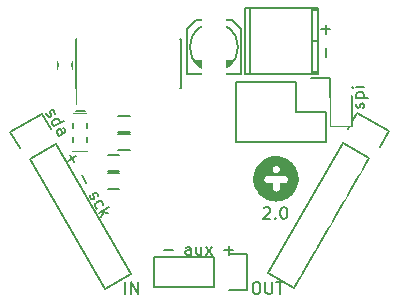
<source format=gto>
G04 #@! TF.FileFunction,Legend,Top*
%FSLAX46Y46*%
G04 Gerber Fmt 4.6, Leading zero omitted, Abs format (unit mm)*
G04 Created by KiCad (PCBNEW 4.0.2-stable) date Thursday, September 29, 2016 'amt' 01:44:10 am*
%MOMM*%
G01*
G04 APERTURE LIST*
%ADD10C,0.100000*%
%ADD11C,0.150000*%
%ADD12C,0.010000*%
%ADD13C,2.127200*%
%ADD14O,2.398980X2.398980*%
%ADD15R,2.398980X2.398980*%
%ADD16R,1.670000X1.365200*%
%ADD17R,1.150000X1.400000*%
%ADD18R,2.000000X2.000000*%
%ADD19C,2.000000*%
%ADD20R,2.127200X2.127200*%
%ADD21O,2.127200X2.127200*%
%ADD22R,1.400000X1.300000*%
%ADD23R,2.000200X3.000960*%
%ADD24R,1.000000X1.900000*%
%ADD25R,2.300000X0.800000*%
%ADD26R,2.300000X2.400000*%
%ADD27C,2.300000*%
%ADD28R,2.127200X2.432000*%
%ADD29O,2.127200X2.432000*%
G04 APERTURE END LIST*
D10*
D11*
X146559665Y-121117800D02*
X146940617Y-121777629D01*
X146420227Y-121638191D02*
X147080056Y-121257239D01*
X147575665Y-122832300D02*
X147956617Y-123492129D01*
X162258500Y-131913381D02*
X162448977Y-131913381D01*
X162544215Y-131961000D01*
X162639453Y-132056238D01*
X162687072Y-132246714D01*
X162687072Y-132580048D01*
X162639453Y-132770524D01*
X162544215Y-132865762D01*
X162448977Y-132913381D01*
X162258500Y-132913381D01*
X162163262Y-132865762D01*
X162068024Y-132770524D01*
X162020405Y-132580048D01*
X162020405Y-132246714D01*
X162068024Y-132056238D01*
X162163262Y-131961000D01*
X162258500Y-131913381D01*
X163115643Y-131913381D02*
X163115643Y-132722905D01*
X163163262Y-132818143D01*
X163210881Y-132865762D01*
X163306119Y-132913381D01*
X163496596Y-132913381D01*
X163591834Y-132865762D01*
X163639453Y-132818143D01*
X163687072Y-132722905D01*
X163687072Y-131913381D01*
X164020405Y-131913381D02*
X164591834Y-131913381D01*
X164306119Y-132913381D02*
X164306119Y-131913381D01*
X151241191Y-132913381D02*
X151241191Y-131913381D01*
X151717381Y-132913381D02*
X151717381Y-131913381D01*
X152288810Y-132913381D01*
X152288810Y-131913381D01*
X162957000Y-125658619D02*
X163004619Y-125611000D01*
X163099857Y-125563381D01*
X163337953Y-125563381D01*
X163433191Y-125611000D01*
X163480810Y-125658619D01*
X163528429Y-125753857D01*
X163528429Y-125849095D01*
X163480810Y-125991952D01*
X162909381Y-126563381D01*
X163528429Y-126563381D01*
X163957000Y-126468143D02*
X164004619Y-126515762D01*
X163957000Y-126563381D01*
X163909381Y-126515762D01*
X163957000Y-126468143D01*
X163957000Y-126563381D01*
X164623666Y-125563381D02*
X164718905Y-125563381D01*
X164814143Y-125611000D01*
X164861762Y-125658619D01*
X164909381Y-125753857D01*
X164957000Y-125944333D01*
X164957000Y-126182429D01*
X164909381Y-126372905D01*
X164861762Y-126468143D01*
X164814143Y-126515762D01*
X164718905Y-126563381D01*
X164623666Y-126563381D01*
X164528428Y-126515762D01*
X164480809Y-126468143D01*
X164433190Y-126372905D01*
X164385571Y-126182429D01*
X164385571Y-125944333D01*
X164433190Y-125753857D01*
X164480809Y-125658619D01*
X164528428Y-125611000D01*
X164623666Y-125563381D01*
X156773643Y-129611381D02*
X156773643Y-129087571D01*
X156726024Y-128992333D01*
X156630786Y-128944714D01*
X156440309Y-128944714D01*
X156345071Y-128992333D01*
X156773643Y-129563762D02*
X156678405Y-129611381D01*
X156440309Y-129611381D01*
X156345071Y-129563762D01*
X156297452Y-129468524D01*
X156297452Y-129373286D01*
X156345071Y-129278048D01*
X156440309Y-129230429D01*
X156678405Y-129230429D01*
X156773643Y-129182810D01*
X157678405Y-128944714D02*
X157678405Y-129611381D01*
X157249833Y-128944714D02*
X157249833Y-129468524D01*
X157297452Y-129563762D01*
X157392690Y-129611381D01*
X157535548Y-129611381D01*
X157630786Y-129563762D01*
X157678405Y-129516143D01*
X158059357Y-129611381D02*
X158583167Y-128944714D01*
X158059357Y-128944714D02*
X158583167Y-129611381D01*
X144568442Y-117597257D02*
X144574822Y-117703545D01*
X144670060Y-117868502D01*
X144758918Y-117927172D01*
X144865206Y-117920792D01*
X144906446Y-117896983D01*
X144965115Y-117808124D01*
X144958734Y-117701836D01*
X144887306Y-117578118D01*
X144880926Y-117471830D01*
X144939596Y-117382971D01*
X144980835Y-117359162D01*
X145087123Y-117352782D01*
X145175982Y-117411451D01*
X145247410Y-117535169D01*
X145253790Y-117641457D01*
X145170060Y-118734528D02*
X146036085Y-118234528D01*
X145211299Y-118710719D02*
X145122441Y-118652050D01*
X145027203Y-118487092D01*
X145020823Y-118380804D01*
X145038253Y-118315755D01*
X145096922Y-118226897D01*
X145344358Y-118084039D01*
X145450646Y-118077660D01*
X145515695Y-118095089D01*
X145604553Y-118153758D01*
X145699792Y-118318716D01*
X145706171Y-118425004D01*
X145622441Y-119518075D02*
X146076074Y-119256170D01*
X146134743Y-119167312D01*
X146128363Y-119061024D01*
X146033125Y-118896066D01*
X145944266Y-118837397D01*
X145663680Y-119494266D02*
X145574822Y-119435597D01*
X145455774Y-119229400D01*
X145449394Y-119123111D01*
X145508063Y-119034253D01*
X145590542Y-118986634D01*
X145696830Y-118980254D01*
X145785688Y-119038924D01*
X145904736Y-119245121D01*
X145993594Y-119303790D01*
X148223656Y-124580616D02*
X148230036Y-124686904D01*
X148325274Y-124851861D01*
X148414133Y-124910531D01*
X148520421Y-124904152D01*
X148561660Y-124880342D01*
X148620329Y-124791484D01*
X148613949Y-124685195D01*
X148542520Y-124561477D01*
X148536141Y-124455189D01*
X148594811Y-124366330D01*
X148636050Y-124342521D01*
X148742338Y-124336141D01*
X148831196Y-124394810D01*
X148902625Y-124518528D01*
X148909005Y-124624817D01*
X148866514Y-125694078D02*
X148777656Y-125635409D01*
X148682417Y-125470451D01*
X148676037Y-125364163D01*
X148693467Y-125299114D01*
X148752136Y-125210256D01*
X148999573Y-125067399D01*
X149105861Y-125061019D01*
X149170909Y-125078449D01*
X149259768Y-125137118D01*
X149355006Y-125302076D01*
X149361386Y-125408364D01*
X149039560Y-126089041D02*
X149905585Y-125589041D01*
X149417093Y-125981044D02*
X149230037Y-126418956D01*
X149807387Y-126085623D02*
X149286996Y-125946184D01*
X154495548Y-129166929D02*
X155257453Y-129166929D01*
X159639048Y-129230429D02*
X160400953Y-129230429D01*
X160020001Y-129611381D02*
X160020001Y-128849476D01*
X168203571Y-110125048D02*
X168203571Y-110886953D01*
X167822619Y-110506001D02*
X168584524Y-110506001D01*
X168203571Y-112125048D02*
X168203571Y-112886953D01*
X171914852Y-121419329D02*
X165564852Y-132417852D01*
X165564852Y-132417852D02*
X163365148Y-131147852D01*
X163365148Y-131147852D02*
X169715148Y-120149329D01*
X173567339Y-119117138D02*
X172792339Y-120459477D01*
X171914852Y-121419329D02*
X169715148Y-120149329D01*
X170107661Y-118909477D02*
X170882661Y-117567138D01*
X170882661Y-117567138D02*
X173567339Y-119117138D01*
X167065960Y-108706920D02*
X167065960Y-114305080D01*
X167563800Y-114106960D02*
X167065960Y-114106960D01*
X167065960Y-108905040D02*
X167563800Y-108905040D01*
X167563800Y-111506000D02*
X167065960Y-111506000D01*
X161764980Y-114305080D02*
X161764980Y-108706920D01*
X167563800Y-114305080D02*
X167563800Y-108706920D01*
X167563800Y-108706920D02*
X161366200Y-108706920D01*
X161366200Y-108706920D02*
X161366200Y-114305080D01*
X161366200Y-114305080D02*
X167563800Y-114305080D01*
X145577000Y-113888000D02*
X145577000Y-113188000D01*
X146777000Y-113188000D02*
X146777000Y-113888000D01*
X165735000Y-114935000D02*
X160655000Y-114935000D01*
X168555000Y-114655000D02*
X168555000Y-116205000D01*
X168275000Y-117475000D02*
X165735000Y-117475000D01*
X165735000Y-117475000D02*
X165735000Y-114935000D01*
X160655000Y-114935000D02*
X160655000Y-120015000D01*
X160655000Y-120015000D02*
X165735000Y-120015000D01*
X168555000Y-114655000D02*
X167005000Y-114655000D01*
X168275000Y-120015000D02*
X168275000Y-117475000D01*
X165735000Y-120015000D02*
X168275000Y-120015000D01*
X149741000Y-121118000D02*
X150741000Y-121118000D01*
X150741000Y-122468000D02*
X149741000Y-122468000D01*
X145371852Y-120230738D02*
X151721852Y-131229261D01*
X151721852Y-131229261D02*
X149522148Y-132499261D01*
X149522148Y-132499261D02*
X143172148Y-121500738D01*
X144204339Y-117648547D02*
X144979339Y-118990886D01*
X145371852Y-120230738D02*
X143172148Y-121500738D01*
X142294661Y-120540886D02*
X141519661Y-119198547D01*
X141519661Y-119198547D02*
X144204339Y-117648547D01*
X158750000Y-110363000D02*
X158750000Y-111125000D01*
X158369000Y-110744000D02*
X159131000Y-110744000D01*
X161036000Y-110490000D02*
X161036000Y-114300000D01*
X157226000Y-109728000D02*
X160274000Y-109728000D01*
X161036000Y-110490000D02*
X160274000Y-109728000D01*
X156464000Y-110490000D02*
X156464000Y-114300000D01*
X156464000Y-110490000D02*
X157226000Y-109728000D01*
X158877000Y-114046000D02*
X158623000Y-114046000D01*
X158115000Y-113919000D02*
X159385000Y-113919000D01*
X159639000Y-113792000D02*
X157861000Y-113792000D01*
X159893000Y-113665000D02*
X157607000Y-113665000D01*
X157480000Y-113538000D02*
X160020000Y-113538000D01*
X160147000Y-113411000D02*
X157353000Y-113411000D01*
X157226000Y-113284000D02*
X160274000Y-113284000D01*
X157099000Y-113157000D02*
X160401000Y-113157000D01*
X156464000Y-114300000D02*
X161036000Y-114300000D01*
X160782000Y-112014000D02*
G75*
G03X160782000Y-112014000I-2032000J0D01*
G01*
X147061000Y-115486000D02*
X147176000Y-115486000D01*
X147061000Y-111336000D02*
X147176000Y-111336000D01*
X155961000Y-111336000D02*
X155846000Y-111336000D01*
X155961000Y-115486000D02*
X155846000Y-115486000D01*
X147061000Y-115486000D02*
X147061000Y-111336000D01*
X155961000Y-115486000D02*
X155961000Y-111336000D01*
X147176000Y-115486000D02*
X147176000Y-116861000D01*
X147847000Y-117453000D02*
X147047000Y-117453000D01*
X146847000Y-117653000D02*
X148047000Y-117653000D01*
X148047000Y-120853000D02*
X146847000Y-120853000D01*
X148047000Y-118453000D02*
X148047000Y-118853000D01*
X148047000Y-119653000D02*
X148047000Y-120053000D01*
X146847000Y-118453000D02*
X146847000Y-118853000D01*
X146847000Y-119653000D02*
X146847000Y-120053000D01*
X150630000Y-117816000D02*
X151630000Y-117816000D01*
X151630000Y-119166000D02*
X150630000Y-119166000D01*
X151630000Y-120690000D02*
X150630000Y-120690000D01*
X150630000Y-119340000D02*
X151630000Y-119340000D01*
X150741000Y-123992000D02*
X149741000Y-123992000D01*
X149741000Y-122642000D02*
X150741000Y-122642000D01*
X158750000Y-129794000D02*
X153670000Y-129794000D01*
X153670000Y-129794000D02*
X153670000Y-132334000D01*
X153670000Y-132334000D02*
X158750000Y-132334000D01*
X161570000Y-132614000D02*
X160020000Y-132614000D01*
X158750000Y-132334000D02*
X158750000Y-129794000D01*
X160020000Y-129514000D02*
X161570000Y-129514000D01*
X161570000Y-129514000D02*
X161570000Y-132614000D01*
X168656000Y-116141500D02*
X168656000Y-118681500D01*
X170434000Y-118681500D02*
X170434000Y-116141500D01*
X170434000Y-118681500D02*
X168656000Y-118681500D01*
X168656000Y-116141500D02*
X170434000Y-116141500D01*
D12*
G36*
X163988768Y-121252199D02*
X164030178Y-121252807D01*
X164069288Y-121253906D01*
X164104734Y-121255497D01*
X164135152Y-121257581D01*
X164149314Y-121258944D01*
X164267469Y-121275437D01*
X164383117Y-121298687D01*
X164496121Y-121328635D01*
X164606345Y-121365220D01*
X164713651Y-121408385D01*
X164817904Y-121458070D01*
X164918966Y-121514217D01*
X165016701Y-121576766D01*
X165110972Y-121645658D01*
X165184521Y-121705917D01*
X165208098Y-121726893D01*
X165234731Y-121751727D01*
X165263218Y-121779210D01*
X165292360Y-121808133D01*
X165320954Y-121837287D01*
X165347801Y-121865460D01*
X165371700Y-121891445D01*
X165391451Y-121914031D01*
X165393415Y-121916371D01*
X165466970Y-122009857D01*
X165533823Y-122106089D01*
X165594016Y-122205137D01*
X165647592Y-122307069D01*
X165685360Y-122389900D01*
X165727582Y-122498053D01*
X165762848Y-122607873D01*
X165791179Y-122719044D01*
X165812598Y-122831248D01*
X165827127Y-122944169D01*
X165834786Y-123057490D01*
X165835599Y-123170896D01*
X165829587Y-123284069D01*
X165816773Y-123396694D01*
X165797177Y-123508452D01*
X165770823Y-123619029D01*
X165737731Y-123728108D01*
X165697925Y-123835371D01*
X165651425Y-123940503D01*
X165598254Y-124043186D01*
X165566994Y-124097143D01*
X165512876Y-124181764D01*
X165454413Y-124262734D01*
X165390770Y-124341115D01*
X165321109Y-124417969D01*
X165285208Y-124454708D01*
X165242381Y-124496610D01*
X165201970Y-124534093D01*
X165162230Y-124568680D01*
X165121412Y-124601896D01*
X165080244Y-124633421D01*
X164984279Y-124700555D01*
X164885126Y-124761191D01*
X164782931Y-124815273D01*
X164677843Y-124862749D01*
X164570009Y-124903564D01*
X164459575Y-124937665D01*
X164346688Y-124964998D01*
X164231497Y-124985509D01*
X164114148Y-124999143D01*
X164071362Y-125002361D01*
X164046317Y-125003625D01*
X164016645Y-125004561D01*
X163984286Y-125005155D01*
X163951182Y-125005396D01*
X163919274Y-125005270D01*
X163890503Y-125004764D01*
X163866810Y-125003865D01*
X163864471Y-125003735D01*
X163745150Y-124993292D01*
X163628152Y-124976037D01*
X163513613Y-124952023D01*
X163401666Y-124921304D01*
X163292446Y-124883937D01*
X163186087Y-124839974D01*
X163082722Y-124789471D01*
X162982487Y-124732482D01*
X162885515Y-124669062D01*
X162791940Y-124599266D01*
X162718151Y-124537587D01*
X162694200Y-124515841D01*
X162667129Y-124490072D01*
X162638245Y-124461619D01*
X162608858Y-124431819D01*
X162580278Y-124402010D01*
X162553812Y-124373531D01*
X162530771Y-124347718D01*
X162519728Y-124334780D01*
X162446865Y-124241998D01*
X162380371Y-124145784D01*
X162320313Y-124046312D01*
X162266763Y-123943754D01*
X162219790Y-123838284D01*
X162179463Y-123730073D01*
X162145852Y-123619297D01*
X162119026Y-123506127D01*
X162099056Y-123390737D01*
X162086010Y-123273300D01*
X162084383Y-123251686D01*
X162082883Y-123222564D01*
X162081983Y-123188133D01*
X162081983Y-123188088D01*
X162921312Y-123188088D01*
X162922924Y-123232552D01*
X162929341Y-123274916D01*
X162932504Y-123287971D01*
X162939314Y-123308619D01*
X162949226Y-123332605D01*
X162961043Y-123357419D01*
X162973568Y-123380552D01*
X162985604Y-123399496D01*
X162985905Y-123399918D01*
X163011415Y-123430860D01*
X163041860Y-123460084D01*
X163075484Y-123486201D01*
X163110529Y-123507820D01*
X163139248Y-123521276D01*
X163151571Y-123526171D01*
X163162345Y-123530346D01*
X163172246Y-123533862D01*
X163181949Y-123536781D01*
X163192127Y-123539162D01*
X163203456Y-123541067D01*
X163216611Y-123542557D01*
X163232266Y-123543691D01*
X163251096Y-123544532D01*
X163273775Y-123545140D01*
X163300979Y-123545575D01*
X163333381Y-123545898D01*
X163371658Y-123546171D01*
X163416483Y-123546453D01*
X163418899Y-123546469D01*
X163626469Y-123547796D01*
X163627651Y-123755341D01*
X163627919Y-123802040D01*
X163628206Y-123842155D01*
X163628589Y-123876356D01*
X163629146Y-123905318D01*
X163629956Y-123929711D01*
X163631099Y-123950208D01*
X163632651Y-123967480D01*
X163634692Y-123982201D01*
X163637300Y-123995041D01*
X163640554Y-124006674D01*
X163644532Y-124017772D01*
X163649312Y-124029005D01*
X163654974Y-124041048D01*
X163661595Y-124054571D01*
X163662902Y-124057229D01*
X163688424Y-124101099D01*
X163719554Y-124140431D01*
X163756002Y-124174920D01*
X163797481Y-124204258D01*
X163806412Y-124209513D01*
X163829252Y-124220909D01*
X163856297Y-124231877D01*
X163884706Y-124241427D01*
X163911640Y-124248567D01*
X163926157Y-124251318D01*
X163946975Y-124253217D01*
X163972276Y-124253630D01*
X163999560Y-124252683D01*
X164026326Y-124250501D01*
X164050074Y-124247210D01*
X164063107Y-124244433D01*
X164111808Y-124228474D01*
X164156052Y-124206906D01*
X164196256Y-124179499D01*
X164223773Y-124155200D01*
X164257303Y-124117904D01*
X164284699Y-124077423D01*
X164306481Y-124032900D01*
X164318810Y-123998403D01*
X164328697Y-123966514D01*
X164330627Y-123757871D01*
X164332557Y-123549229D01*
X164541200Y-123547281D01*
X164585436Y-123546860D01*
X164623047Y-123546473D01*
X164654664Y-123546092D01*
X164680921Y-123545690D01*
X164702448Y-123545239D01*
X164719878Y-123544712D01*
X164733843Y-123544083D01*
X164744974Y-123543323D01*
X164753904Y-123542406D01*
X164761263Y-123541304D01*
X164767685Y-123539990D01*
X164773801Y-123538437D01*
X164778763Y-123537043D01*
X164826271Y-123519790D01*
X164870544Y-123496423D01*
X164910976Y-123467457D01*
X164946959Y-123433406D01*
X164977889Y-123394785D01*
X165003158Y-123352109D01*
X165007671Y-123342717D01*
X165017841Y-123319443D01*
X165025380Y-123298626D01*
X165030651Y-123278414D01*
X165034016Y-123256954D01*
X165035839Y-123232393D01*
X165036481Y-123202878D01*
X165036500Y-123195443D01*
X165036388Y-123171140D01*
X165035958Y-123152518D01*
X165035068Y-123138003D01*
X165033576Y-123126021D01*
X165031341Y-123114998D01*
X165028221Y-123103359D01*
X165028202Y-123103295D01*
X165012188Y-123057965D01*
X164991388Y-123017055D01*
X164964906Y-122979012D01*
X164940536Y-122951171D01*
X164904044Y-122917913D01*
X164863500Y-122890195D01*
X164819788Y-122868509D01*
X164773793Y-122853351D01*
X164759977Y-122850211D01*
X164755924Y-122849422D01*
X164751605Y-122848697D01*
X164746715Y-122848034D01*
X164740952Y-122847430D01*
X164734013Y-122846883D01*
X164725596Y-122846390D01*
X164715397Y-122845951D01*
X164703113Y-122845561D01*
X164688442Y-122845219D01*
X164671080Y-122844923D01*
X164650726Y-122844671D01*
X164627075Y-122844459D01*
X164599825Y-122844287D01*
X164568673Y-122844152D01*
X164533316Y-122844050D01*
X164493452Y-122843981D01*
X164448777Y-122843943D01*
X164398988Y-122843931D01*
X164343784Y-122843945D01*
X164282859Y-122843983D01*
X164215913Y-122844041D01*
X164142642Y-122844118D01*
X164062742Y-122844212D01*
X163975912Y-122844319D01*
X163968912Y-122844328D01*
X163211329Y-122845286D01*
X163182408Y-122853709D01*
X163136029Y-122870738D01*
X163092070Y-122893820D01*
X163051564Y-122922236D01*
X163015542Y-122955265D01*
X162985905Y-122990967D01*
X162973899Y-123009766D01*
X162961372Y-123032820D01*
X162949521Y-123057622D01*
X162939543Y-123081662D01*
X162932634Y-123102431D01*
X162932504Y-123102914D01*
X162924505Y-123144038D01*
X162921312Y-123188088D01*
X162081983Y-123188088D01*
X162081656Y-123149979D01*
X162081875Y-123109693D01*
X162082610Y-123068862D01*
X162083836Y-123029076D01*
X162085523Y-122991924D01*
X162087645Y-122958994D01*
X162089913Y-122934186D01*
X162106393Y-122816756D01*
X162129631Y-122701720D01*
X162159497Y-122589287D01*
X162195864Y-122479671D01*
X162238603Y-122373083D01*
X162248690Y-122351800D01*
X163628901Y-122351800D01*
X163628952Y-122377006D01*
X163629448Y-122396505D01*
X163630506Y-122411842D01*
X163632243Y-122424559D01*
X163634775Y-122436200D01*
X163635482Y-122438886D01*
X163652131Y-122487255D01*
X163674774Y-122532189D01*
X163702944Y-122573174D01*
X163736174Y-122609695D01*
X163773997Y-122641237D01*
X163815944Y-122667286D01*
X163860843Y-122687074D01*
X163881938Y-122694097D01*
X163901255Y-122699086D01*
X163920725Y-122702301D01*
X163942274Y-122704003D01*
X163967832Y-122704450D01*
X163987843Y-122704183D01*
X164011427Y-122703532D01*
X164029577Y-122702580D01*
X164044115Y-122701107D01*
X164056864Y-122698894D01*
X164069646Y-122695721D01*
X164077819Y-122693347D01*
X164125578Y-122675317D01*
X164169519Y-122651297D01*
X164209230Y-122621701D01*
X164244301Y-122586947D01*
X164274323Y-122547449D01*
X164298885Y-122503624D01*
X164317578Y-122455888D01*
X164320055Y-122447713D01*
X164325303Y-122423468D01*
X164328727Y-122394435D01*
X164330271Y-122362864D01*
X164329878Y-122331007D01*
X164327494Y-122301112D01*
X164324237Y-122280717D01*
X164310852Y-122233370D01*
X164291148Y-122189002D01*
X164265623Y-122148107D01*
X164234777Y-122111174D01*
X164199108Y-122078696D01*
X164159114Y-122051164D01*
X164115294Y-122029070D01*
X164068147Y-122012906D01*
X164047731Y-122008056D01*
X164017189Y-122003743D01*
X163982776Y-122002240D01*
X163947277Y-122003475D01*
X163913479Y-122007372D01*
X163889871Y-122012270D01*
X163850142Y-122025691D01*
X163810193Y-122044843D01*
X163772133Y-122068582D01*
X163741337Y-122092834D01*
X163714409Y-122120474D01*
X163689335Y-122153615D01*
X163667180Y-122190541D01*
X163649005Y-122229541D01*
X163639061Y-122257681D01*
X163635357Y-122270427D01*
X163632699Y-122281609D01*
X163630908Y-122292887D01*
X163629805Y-122305925D01*
X163629210Y-122322385D01*
X163628944Y-122343931D01*
X163628901Y-122351800D01*
X162248690Y-122351800D01*
X162287585Y-122269735D01*
X162342681Y-122169839D01*
X162403762Y-122073607D01*
X162470700Y-121981250D01*
X162543366Y-121892981D01*
X162621631Y-121809011D01*
X162705367Y-121729553D01*
X162794444Y-121654817D01*
X162888733Y-121585016D01*
X162924671Y-121560645D01*
X162959923Y-121537623D01*
X162991473Y-121517798D01*
X163021392Y-121499972D01*
X163051752Y-121482943D01*
X163084622Y-121465511D01*
X163118800Y-121448117D01*
X163220220Y-121400912D01*
X163323453Y-121360204D01*
X163429024Y-121325839D01*
X163537461Y-121297665D01*
X163649289Y-121275526D01*
X163765036Y-121259271D01*
X163768314Y-121258902D01*
X163794907Y-121256553D01*
X163827376Y-121254696D01*
X163864360Y-121253333D01*
X163904496Y-121252462D01*
X163946419Y-121252085D01*
X163988768Y-121252199D01*
X163988768Y-121252199D01*
G37*
X163988768Y-121252199D02*
X164030178Y-121252807D01*
X164069288Y-121253906D01*
X164104734Y-121255497D01*
X164135152Y-121257581D01*
X164149314Y-121258944D01*
X164267469Y-121275437D01*
X164383117Y-121298687D01*
X164496121Y-121328635D01*
X164606345Y-121365220D01*
X164713651Y-121408385D01*
X164817904Y-121458070D01*
X164918966Y-121514217D01*
X165016701Y-121576766D01*
X165110972Y-121645658D01*
X165184521Y-121705917D01*
X165208098Y-121726893D01*
X165234731Y-121751727D01*
X165263218Y-121779210D01*
X165292360Y-121808133D01*
X165320954Y-121837287D01*
X165347801Y-121865460D01*
X165371700Y-121891445D01*
X165391451Y-121914031D01*
X165393415Y-121916371D01*
X165466970Y-122009857D01*
X165533823Y-122106089D01*
X165594016Y-122205137D01*
X165647592Y-122307069D01*
X165685360Y-122389900D01*
X165727582Y-122498053D01*
X165762848Y-122607873D01*
X165791179Y-122719044D01*
X165812598Y-122831248D01*
X165827127Y-122944169D01*
X165834786Y-123057490D01*
X165835599Y-123170896D01*
X165829587Y-123284069D01*
X165816773Y-123396694D01*
X165797177Y-123508452D01*
X165770823Y-123619029D01*
X165737731Y-123728108D01*
X165697925Y-123835371D01*
X165651425Y-123940503D01*
X165598254Y-124043186D01*
X165566994Y-124097143D01*
X165512876Y-124181764D01*
X165454413Y-124262734D01*
X165390770Y-124341115D01*
X165321109Y-124417969D01*
X165285208Y-124454708D01*
X165242381Y-124496610D01*
X165201970Y-124534093D01*
X165162230Y-124568680D01*
X165121412Y-124601896D01*
X165080244Y-124633421D01*
X164984279Y-124700555D01*
X164885126Y-124761191D01*
X164782931Y-124815273D01*
X164677843Y-124862749D01*
X164570009Y-124903564D01*
X164459575Y-124937665D01*
X164346688Y-124964998D01*
X164231497Y-124985509D01*
X164114148Y-124999143D01*
X164071362Y-125002361D01*
X164046317Y-125003625D01*
X164016645Y-125004561D01*
X163984286Y-125005155D01*
X163951182Y-125005396D01*
X163919274Y-125005270D01*
X163890503Y-125004764D01*
X163866810Y-125003865D01*
X163864471Y-125003735D01*
X163745150Y-124993292D01*
X163628152Y-124976037D01*
X163513613Y-124952023D01*
X163401666Y-124921304D01*
X163292446Y-124883937D01*
X163186087Y-124839974D01*
X163082722Y-124789471D01*
X162982487Y-124732482D01*
X162885515Y-124669062D01*
X162791940Y-124599266D01*
X162718151Y-124537587D01*
X162694200Y-124515841D01*
X162667129Y-124490072D01*
X162638245Y-124461619D01*
X162608858Y-124431819D01*
X162580278Y-124402010D01*
X162553812Y-124373531D01*
X162530771Y-124347718D01*
X162519728Y-124334780D01*
X162446865Y-124241998D01*
X162380371Y-124145784D01*
X162320313Y-124046312D01*
X162266763Y-123943754D01*
X162219790Y-123838284D01*
X162179463Y-123730073D01*
X162145852Y-123619297D01*
X162119026Y-123506127D01*
X162099056Y-123390737D01*
X162086010Y-123273300D01*
X162084383Y-123251686D01*
X162082883Y-123222564D01*
X162081983Y-123188133D01*
X162081983Y-123188088D01*
X162921312Y-123188088D01*
X162922924Y-123232552D01*
X162929341Y-123274916D01*
X162932504Y-123287971D01*
X162939314Y-123308619D01*
X162949226Y-123332605D01*
X162961043Y-123357419D01*
X162973568Y-123380552D01*
X162985604Y-123399496D01*
X162985905Y-123399918D01*
X163011415Y-123430860D01*
X163041860Y-123460084D01*
X163075484Y-123486201D01*
X163110529Y-123507820D01*
X163139248Y-123521276D01*
X163151571Y-123526171D01*
X163162345Y-123530346D01*
X163172246Y-123533862D01*
X163181949Y-123536781D01*
X163192127Y-123539162D01*
X163203456Y-123541067D01*
X163216611Y-123542557D01*
X163232266Y-123543691D01*
X163251096Y-123544532D01*
X163273775Y-123545140D01*
X163300979Y-123545575D01*
X163333381Y-123545898D01*
X163371658Y-123546171D01*
X163416483Y-123546453D01*
X163418899Y-123546469D01*
X163626469Y-123547796D01*
X163627651Y-123755341D01*
X163627919Y-123802040D01*
X163628206Y-123842155D01*
X163628589Y-123876356D01*
X163629146Y-123905318D01*
X163629956Y-123929711D01*
X163631099Y-123950208D01*
X163632651Y-123967480D01*
X163634692Y-123982201D01*
X163637300Y-123995041D01*
X163640554Y-124006674D01*
X163644532Y-124017772D01*
X163649312Y-124029005D01*
X163654974Y-124041048D01*
X163661595Y-124054571D01*
X163662902Y-124057229D01*
X163688424Y-124101099D01*
X163719554Y-124140431D01*
X163756002Y-124174920D01*
X163797481Y-124204258D01*
X163806412Y-124209513D01*
X163829252Y-124220909D01*
X163856297Y-124231877D01*
X163884706Y-124241427D01*
X163911640Y-124248567D01*
X163926157Y-124251318D01*
X163946975Y-124253217D01*
X163972276Y-124253630D01*
X163999560Y-124252683D01*
X164026326Y-124250501D01*
X164050074Y-124247210D01*
X164063107Y-124244433D01*
X164111808Y-124228474D01*
X164156052Y-124206906D01*
X164196256Y-124179499D01*
X164223773Y-124155200D01*
X164257303Y-124117904D01*
X164284699Y-124077423D01*
X164306481Y-124032900D01*
X164318810Y-123998403D01*
X164328697Y-123966514D01*
X164330627Y-123757871D01*
X164332557Y-123549229D01*
X164541200Y-123547281D01*
X164585436Y-123546860D01*
X164623047Y-123546473D01*
X164654664Y-123546092D01*
X164680921Y-123545690D01*
X164702448Y-123545239D01*
X164719878Y-123544712D01*
X164733843Y-123544083D01*
X164744974Y-123543323D01*
X164753904Y-123542406D01*
X164761263Y-123541304D01*
X164767685Y-123539990D01*
X164773801Y-123538437D01*
X164778763Y-123537043D01*
X164826271Y-123519790D01*
X164870544Y-123496423D01*
X164910976Y-123467457D01*
X164946959Y-123433406D01*
X164977889Y-123394785D01*
X165003158Y-123352109D01*
X165007671Y-123342717D01*
X165017841Y-123319443D01*
X165025380Y-123298626D01*
X165030651Y-123278414D01*
X165034016Y-123256954D01*
X165035839Y-123232393D01*
X165036481Y-123202878D01*
X165036500Y-123195443D01*
X165036388Y-123171140D01*
X165035958Y-123152518D01*
X165035068Y-123138003D01*
X165033576Y-123126021D01*
X165031341Y-123114998D01*
X165028221Y-123103359D01*
X165028202Y-123103295D01*
X165012188Y-123057965D01*
X164991388Y-123017055D01*
X164964906Y-122979012D01*
X164940536Y-122951171D01*
X164904044Y-122917913D01*
X164863500Y-122890195D01*
X164819788Y-122868509D01*
X164773793Y-122853351D01*
X164759977Y-122850211D01*
X164755924Y-122849422D01*
X164751605Y-122848697D01*
X164746715Y-122848034D01*
X164740952Y-122847430D01*
X164734013Y-122846883D01*
X164725596Y-122846390D01*
X164715397Y-122845951D01*
X164703113Y-122845561D01*
X164688442Y-122845219D01*
X164671080Y-122844923D01*
X164650726Y-122844671D01*
X164627075Y-122844459D01*
X164599825Y-122844287D01*
X164568673Y-122844152D01*
X164533316Y-122844050D01*
X164493452Y-122843981D01*
X164448777Y-122843943D01*
X164398988Y-122843931D01*
X164343784Y-122843945D01*
X164282859Y-122843983D01*
X164215913Y-122844041D01*
X164142642Y-122844118D01*
X164062742Y-122844212D01*
X163975912Y-122844319D01*
X163968912Y-122844328D01*
X163211329Y-122845286D01*
X163182408Y-122853709D01*
X163136029Y-122870738D01*
X163092070Y-122893820D01*
X163051564Y-122922236D01*
X163015542Y-122955265D01*
X162985905Y-122990967D01*
X162973899Y-123009766D01*
X162961372Y-123032820D01*
X162949521Y-123057622D01*
X162939543Y-123081662D01*
X162932634Y-123102431D01*
X162932504Y-123102914D01*
X162924505Y-123144038D01*
X162921312Y-123188088D01*
X162081983Y-123188088D01*
X162081656Y-123149979D01*
X162081875Y-123109693D01*
X162082610Y-123068862D01*
X162083836Y-123029076D01*
X162085523Y-122991924D01*
X162087645Y-122958994D01*
X162089913Y-122934186D01*
X162106393Y-122816756D01*
X162129631Y-122701720D01*
X162159497Y-122589287D01*
X162195864Y-122479671D01*
X162238603Y-122373083D01*
X162248690Y-122351800D01*
X163628901Y-122351800D01*
X163628952Y-122377006D01*
X163629448Y-122396505D01*
X163630506Y-122411842D01*
X163632243Y-122424559D01*
X163634775Y-122436200D01*
X163635482Y-122438886D01*
X163652131Y-122487255D01*
X163674774Y-122532189D01*
X163702944Y-122573174D01*
X163736174Y-122609695D01*
X163773997Y-122641237D01*
X163815944Y-122667286D01*
X163860843Y-122687074D01*
X163881938Y-122694097D01*
X163901255Y-122699086D01*
X163920725Y-122702301D01*
X163942274Y-122704003D01*
X163967832Y-122704450D01*
X163987843Y-122704183D01*
X164011427Y-122703532D01*
X164029577Y-122702580D01*
X164044115Y-122701107D01*
X164056864Y-122698894D01*
X164069646Y-122695721D01*
X164077819Y-122693347D01*
X164125578Y-122675317D01*
X164169519Y-122651297D01*
X164209230Y-122621701D01*
X164244301Y-122586947D01*
X164274323Y-122547449D01*
X164298885Y-122503624D01*
X164317578Y-122455888D01*
X164320055Y-122447713D01*
X164325303Y-122423468D01*
X164328727Y-122394435D01*
X164330271Y-122362864D01*
X164329878Y-122331007D01*
X164327494Y-122301112D01*
X164324237Y-122280717D01*
X164310852Y-122233370D01*
X164291148Y-122189002D01*
X164265623Y-122148107D01*
X164234777Y-122111174D01*
X164199108Y-122078696D01*
X164159114Y-122051164D01*
X164115294Y-122029070D01*
X164068147Y-122012906D01*
X164047731Y-122008056D01*
X164017189Y-122003743D01*
X163982776Y-122002240D01*
X163947277Y-122003475D01*
X163913479Y-122007372D01*
X163889871Y-122012270D01*
X163850142Y-122025691D01*
X163810193Y-122044843D01*
X163772133Y-122068582D01*
X163741337Y-122092834D01*
X163714409Y-122120474D01*
X163689335Y-122153615D01*
X163667180Y-122190541D01*
X163649005Y-122229541D01*
X163639061Y-122257681D01*
X163635357Y-122270427D01*
X163632699Y-122281609D01*
X163630908Y-122292887D01*
X163629805Y-122305925D01*
X163629210Y-122322385D01*
X163628944Y-122343931D01*
X163628901Y-122351800D01*
X162248690Y-122351800D01*
X162287585Y-122269735D01*
X162342681Y-122169839D01*
X162403762Y-122073607D01*
X162470700Y-121981250D01*
X162543366Y-121892981D01*
X162621631Y-121809011D01*
X162705367Y-121729553D01*
X162794444Y-121654817D01*
X162888733Y-121585016D01*
X162924671Y-121560645D01*
X162959923Y-121537623D01*
X162991473Y-121517798D01*
X163021392Y-121499972D01*
X163051752Y-121482943D01*
X163084622Y-121465511D01*
X163118800Y-121448117D01*
X163220220Y-121400912D01*
X163323453Y-121360204D01*
X163429024Y-121325839D01*
X163537461Y-121297665D01*
X163649289Y-121275526D01*
X163765036Y-121259271D01*
X163768314Y-121258902D01*
X163794907Y-121256553D01*
X163827376Y-121254696D01*
X163864360Y-121253333D01*
X163904496Y-121252462D01*
X163946419Y-121252085D01*
X163988768Y-121252199D01*
D11*
X171410262Y-117173262D02*
X171457881Y-117078024D01*
X171457881Y-116887548D01*
X171410262Y-116792309D01*
X171315024Y-116744690D01*
X171267405Y-116744690D01*
X171172167Y-116792309D01*
X171124548Y-116887548D01*
X171124548Y-117030405D01*
X171076929Y-117125643D01*
X170981690Y-117173262D01*
X170934071Y-117173262D01*
X170838833Y-117125643D01*
X170791214Y-117030405D01*
X170791214Y-116887548D01*
X170838833Y-116792309D01*
X170791214Y-116316119D02*
X171791214Y-116316119D01*
X170838833Y-116316119D02*
X170791214Y-116220881D01*
X170791214Y-116030404D01*
X170838833Y-115935166D01*
X170886452Y-115887547D01*
X170981690Y-115839928D01*
X171267405Y-115839928D01*
X171362643Y-115887547D01*
X171410262Y-115935166D01*
X171457881Y-116030404D01*
X171457881Y-116220881D01*
X171410262Y-116316119D01*
X171457881Y-115411357D02*
X170791214Y-115411357D01*
X170457881Y-115411357D02*
X170505500Y-115458976D01*
X170553119Y-115411357D01*
X170505500Y-115363738D01*
X170457881Y-115411357D01*
X170553119Y-115411357D01*
%LPC*%
D10*
G36*
X169865113Y-119997582D02*
X170928713Y-118155372D01*
X173034887Y-119371372D01*
X171971287Y-121213582D01*
X169865113Y-119997582D01*
X169865113Y-119997582D01*
G37*
D13*
X170048018Y-121807982D02*
X170311982Y-121960382D01*
X168778018Y-124007686D02*
X169041982Y-124160086D01*
X167508018Y-126207391D02*
X167771982Y-126359791D01*
X166238018Y-128407095D02*
X166501982Y-128559495D01*
X164968018Y-130606800D02*
X165231982Y-130759200D01*
D14*
X164465000Y-110236000D03*
D15*
X164465000Y-112776000D03*
D16*
X169545000Y-115570000D03*
D17*
X146177000Y-114388000D03*
X146177000Y-112688000D03*
D18*
X154730000Y-126619000D03*
D19*
X154730000Y-124079000D03*
X160230000Y-124079000D03*
X160230000Y-126619000D03*
D20*
X167005000Y-116205000D03*
D21*
X167005000Y-118745000D03*
X164465000Y-116205000D03*
X164465000Y-118745000D03*
X161925000Y-116205000D03*
X161925000Y-118745000D03*
D22*
X151241000Y-121793000D03*
X149241000Y-121793000D03*
D10*
G36*
X143115713Y-121294991D02*
X142052113Y-119452781D01*
X144158287Y-118236781D01*
X145221887Y-120078991D01*
X143115713Y-121294991D01*
X143115713Y-121294991D01*
G37*
D13*
X144775018Y-122041791D02*
X145038982Y-121889391D01*
X146045018Y-124241495D02*
X146308982Y-124089095D01*
X147315018Y-126441200D02*
X147578982Y-126288800D01*
X148585018Y-128640904D02*
X148848982Y-128488504D01*
X149855018Y-130840609D02*
X150118982Y-130688209D01*
D23*
X158750000Y-110213140D03*
X158750000Y-113814860D03*
D24*
X147701000Y-116111000D03*
X148971000Y-116111000D03*
X150241000Y-116111000D03*
X151511000Y-116111000D03*
X152781000Y-116111000D03*
X154051000Y-116111000D03*
X155321000Y-116111000D03*
X155321000Y-110711000D03*
X154051000Y-110711000D03*
X152781000Y-110711000D03*
X151511000Y-110711000D03*
X150241000Y-110711000D03*
X148971000Y-110711000D03*
X147701000Y-110711000D03*
D25*
X147447000Y-118053000D03*
X147447000Y-119253000D03*
X147447000Y-120453000D03*
D22*
X152130000Y-118491000D03*
X150130000Y-118491000D03*
X150130000Y-120015000D03*
X152130000Y-120015000D03*
X149241000Y-123317000D03*
X151241000Y-123317000D03*
D26*
X156210000Y-119380000D03*
D27*
X158750000Y-119380000D03*
D28*
X160020000Y-131064000D03*
D29*
X157480000Y-131064000D03*
X154940000Y-131064000D03*
D16*
X169545000Y-116776500D03*
X169545000Y-118046500D03*
X169545000Y-114363500D03*
M02*

</source>
